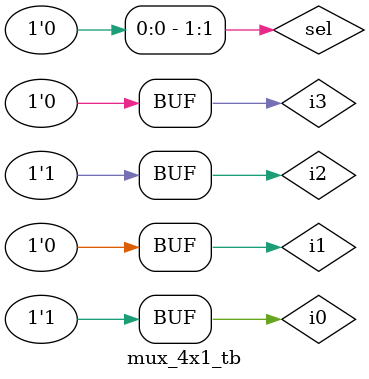
<source format=v>
module mux_4x1_tb;
    reg [1:0]sel;
    reg i0,i1,i2,i3;
    wire y;
    
    mux_4x1 mux(sel,i0,i1,i2,i3,y);
    
    initial begin
        $monitor("Select=%b , i0=%0b , i1=%0b , i2=%0b , i3=%0b , y=%0b",sel,i0,i1,i2,i3,y);
        {i3,i2,i1,i0} = 4'h5;
        repeat(6) begin
            sel= $random;
            #5;
        end
    end
  
endmodule

</source>
